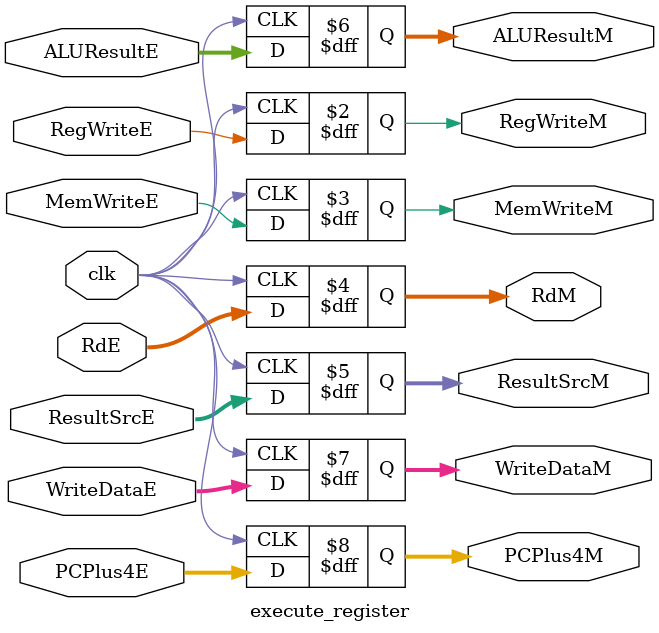
<source format=v>
`timescale 1ns / 1ps


module execute_register(
input clk,
input RegWriteE,MemWriteE,
input [4:0] RdE,
input [1:0] ResultSrcE,
input [31:0] ALUResultE,WriteDataE,PCPlus4E,
output reg RegWriteM,MemWriteM,
output reg [4:0] RdM,
output reg [1:0] ResultSrcM,
output reg [31:0] ALUResultM,WriteDataM,PCPlus4M
    );
    
    always @ (posedge clk)
    begin
        RegWriteM <= RegWriteE;
        MemWriteM <= MemWriteE;
        RdM <= RdE;
        ResultSrcM <= ResultSrcE;
        ALUResultM <= ALUResultE;
        WriteDataM <= WriteDataE;
        PCPlus4M <= PCPlus4E;
    end
    
endmodule

</source>
